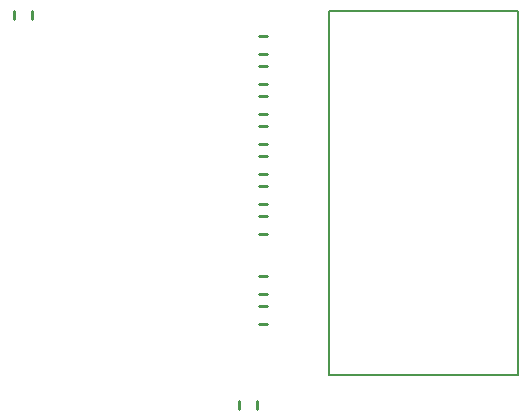
<source format=gbr>
G04 --- HEADER BEGIN --- *
%TF.GenerationSoftware,LibrePCB,LibrePCB,0.1.3*%
%TF.CreationDate,2020-02-22T16:59:52*%
%TF.ProjectId,Apple 2c VGA - default,6ee0dbe1-6aad-4263-9a0f-7c091fb3c0df,v1*%
%TF.Part,Single*%
%FSLAX66Y66*%
%MOMM*%
G01*
G74*
G04 --- HEADER END --- *
G04 --- APERTURE LIST BEGIN --- *
%ADD10C,0.25*%
%ADD11C,0.2*%
%ADD12C,1.5*%
%ADD13C,2.7*%
%ADD14R,0.95X1.45*%
%ADD15R,1.45X0.95*%
%ADD16O,2.2X1.7*%
%ADD17R,2.2X1.7*%
G04 --- APERTURE LIST END --- *
G04 --- BOARD BEGIN --- *
D10*
X53015000Y28690000D02*
X53665000Y28690000D01*
X53015000Y27190000D02*
X53665000Y27190000D01*
X33770000Y40965000D02*
X33770000Y40315000D01*
X32270000Y40965000D02*
X32270000Y40315000D01*
X53015000Y26150000D02*
X53665000Y26150000D01*
X53015000Y24650000D02*
X53665000Y24650000D01*
X53015000Y31230000D02*
X53665000Y31230000D01*
X53015000Y29730000D02*
X53665000Y29730000D01*
X53015000Y36310000D02*
X53665000Y36310000D01*
X53015000Y34810000D02*
X53665000Y34810000D01*
X53015000Y18530000D02*
X53665000Y18530000D01*
X53015000Y17030000D02*
X53665000Y17030000D01*
X51320000Y7295000D02*
X51320000Y7945000D01*
X52820000Y7295000D02*
X52820000Y7945000D01*
X53015000Y23610000D02*
X53665000Y23610000D01*
X53015000Y22110000D02*
X53665000Y22110000D01*
D11*
X74930000Y10160000D02*
X74930000Y40970000D01*
X58960000Y40970000D01*
X58960000Y10160000D01*
X74930000Y10160000D01*
D10*
X53015000Y15990000D02*
X53665000Y15990000D01*
X53015000Y14490000D02*
X53665000Y14490000D01*
X53015000Y38850000D02*
X53665000Y38850000D01*
X53015000Y37350000D02*
X53665000Y37350000D01*
X53015000Y33770000D02*
X53665000Y33770000D01*
X53015000Y32270000D02*
X53665000Y32270000D01*
%LPC*%
D12*
X12700000Y34420000D03*
X12700000Y17980000D03*
X10160000Y16610000D03*
X12700000Y23460000D03*
X10160000Y22090000D03*
X12700000Y26200000D03*
X12700000Y15240000D03*
X10160000Y33050000D03*
X10160000Y27570000D03*
X12700000Y31680000D03*
X10160000Y19350000D03*
X10160000Y24830000D03*
X12700000Y20720000D03*
X12700000Y28940000D03*
X10160000Y30310000D03*
D13*
X17780000Y45720000D03*
X35560000Y45720000D03*
X35560000Y5080000D03*
X17780000Y5080000D03*
D14*
X54315000Y27940000D03*
X52365000Y27940000D03*
D15*
X33020000Y39665000D03*
X33020000Y41615000D03*
D16*
X22860000Y12700000D03*
X33020000Y20320000D03*
X22860000Y35560000D03*
X33020000Y33020000D03*
X33020000Y25400000D03*
X22860000Y33020000D03*
X22860000Y25400000D03*
X33020000Y35560000D03*
X33020000Y30480000D03*
X22860000Y30480000D03*
X33020000Y27940000D03*
X33020000Y15240000D03*
X22860000Y17780000D03*
X33020000Y12700000D03*
X22860000Y22860000D03*
X22860000Y20320000D03*
X22860000Y27940000D03*
X22860000Y15240000D03*
X33020000Y22860000D03*
X33020000Y17780000D03*
D14*
X54315000Y25400000D03*
X52365000Y25400000D03*
X54315000Y30480000D03*
X52365000Y30480000D03*
X54315000Y35560000D03*
X52365000Y35560000D03*
X54315000Y17780000D03*
X52365000Y17780000D03*
D15*
X52070000Y8595000D03*
X52070000Y6645000D03*
D13*
X41910000Y8890000D03*
X54610000Y3810000D03*
X41910000Y3810000D03*
X54610000Y8890000D03*
D14*
X54315000Y22860000D03*
X52365000Y22860000D03*
D16*
X55880000Y35560000D03*
X40640000Y43180000D03*
D17*
X40640000Y48260000D03*
D16*
X40640000Y27940000D03*
X40640000Y30480000D03*
X55880000Y22860000D03*
X55880000Y30480000D03*
X40640000Y40640000D03*
X55880000Y38100000D03*
X40640000Y20320000D03*
X55880000Y20320000D03*
X40640000Y38100000D03*
X40640000Y25400000D03*
X40640000Y22860000D03*
X55880000Y40640000D03*
X40640000Y33020000D03*
X55880000Y43180000D03*
X55880000Y15240000D03*
X55880000Y33020000D03*
X40640000Y45720000D03*
X40640000Y17780000D03*
X55880000Y48260000D03*
X55880000Y27940000D03*
X55880000Y25400000D03*
X55880000Y45720000D03*
X40640000Y35560000D03*
X40640000Y15240000D03*
X55880000Y17780000D03*
D12*
X66040000Y30145000D03*
X66040000Y27855000D03*
X66040000Y20985000D03*
X63500000Y26710000D03*
X66040000Y23275000D03*
X60960000Y30145000D03*
X60960000Y23275000D03*
X60960000Y25565000D03*
X60960000Y20985000D03*
X63500000Y22130000D03*
X63500000Y24420000D03*
X63500000Y29000000D03*
X63500000Y31290000D03*
X60960000Y27855000D03*
X66040000Y25565000D03*
D14*
X54315000Y15240000D03*
X52365000Y15240000D03*
X54315000Y38100000D03*
X52365000Y38100000D03*
X54315000Y33020000D03*
X52365000Y33020000D03*
G04 --- BOARD END --- *
%TF.MD5,99e0e2315c467973be7f6955813f1941*%
M02*

</source>
